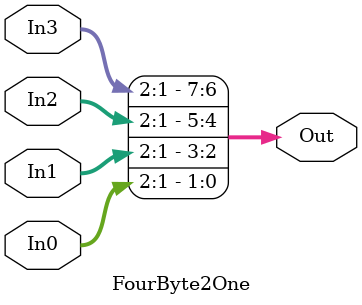
<source format=v>
`timescale 1ns / 1ps
module FourByte2One(
    input [7:0] In0,
    input [7:0] In1,
    input [7:0] In2,
    input [7:0] In3,
    output [7:0] Out
    );
	 

	
	assign Out[1:0] = In0[2:1], Out[3:2] = In1[2:1], Out[5:4] = In2[2:1], Out[7:6] = In3[2:1];
	

endmodule

</source>
